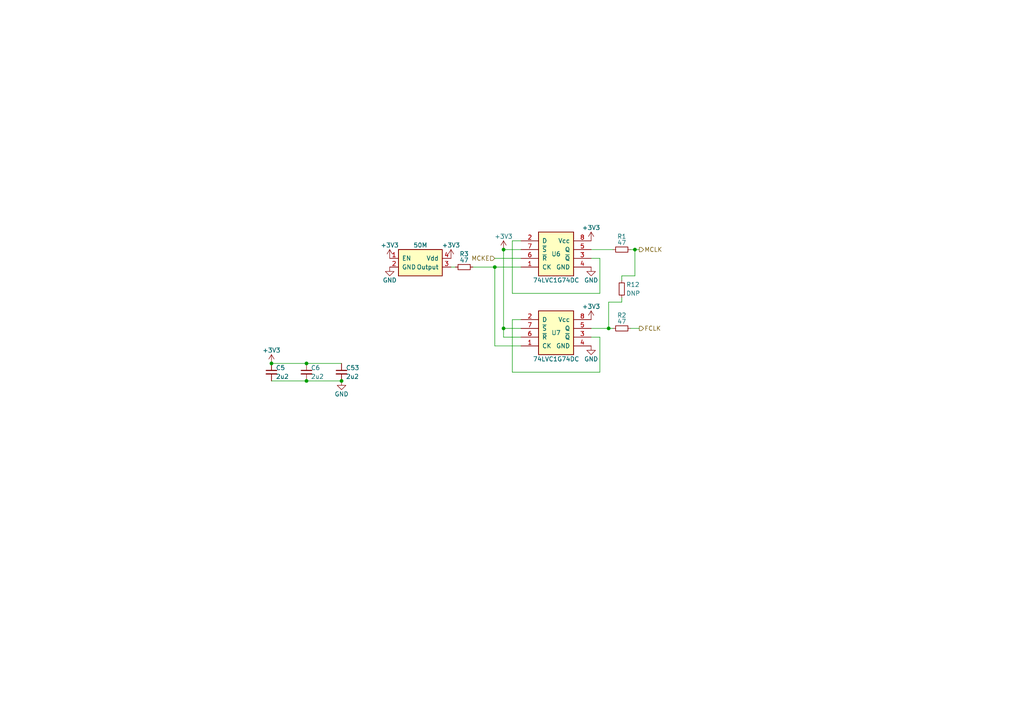
<source format=kicad_sch>
(kicad_sch (version 20230121) (generator eeschema)
  (paper "A4")
  (lib_symbols
    (symbol "Device:C_Small" (pin_numbers hide) (pin_names (offset 0.254) hide)
      (property "Reference" "C" (at 0.254 1.778 0))
      (property "Value" "C_Small" (at 0.254 -2.032 0))
      (symbol "C_Small_0_1"
        (polyline (pts (xy -1.524 -0.508) (xy 1.524 -0.508)) (stroke (width 0.3302)))
        (polyline (pts (xy -1.524 0.508) (xy 1.524 0.508)) (stroke (width 0.3048)))
      )
      (symbol "C_Small_1_1"
        (pin passive line (at 0 2.54 270) (length 2.032) (name "~") (number "1"))
        (pin passive line (at 0 -2.54 90) (length 2.032) (name "~") (number "2"))
      )
    )
    (symbol "Device:R_Small" (pin_numbers hide) (pin_names (offset 0.254) hide)
      (property "Reference" "R" (at 0.762 0.508 0))
      (property "Value" "R_Small" (at 0.762 -1.016 0))
      (symbol "R_Small_0_1"
        (rectangle (start -0.762 1.778) (end 0.762 -1.778) (stroke (width 0.2032)))
      )
      (symbol "R_Small_1_1"
        (pin passive line (at 0 2.54 270) (length 0.762) (name "~") (number "1"))
        (pin passive line (at 0 -2.54 90) (length 0.762) (name "~") (number "2"))
      )
    )
    (symbol "GW_Logic:741G74DC" (pin_names (offset 1.016))
      (property "Reference" "U" (at 0 7.62 0))
      (property "Value" "741G74DC" (at 0 -7.62 0))
      (symbol "741G74DC_0_1"
        (rectangle (start 5.08 -6.35) (end -5.08 6.35) (stroke (width 0.254)) (fill (type background)))
      )
      (symbol "741G74DC_1_1"
        (pin input line (at -10.16 -3.81 0) (length 5.08) (name "CK") (number "1"))
        (pin input line (at -10.16 3.81 0) (length 5.08) (name "D") (number "2"))
        (pin output line (at 10.16 -1.27 180) (length 5.08) (name "~{Q}") (number "3"))
        (pin power_in line (at 10.16 -3.81 180) (length 5.08) (name "GND") (number "4"))
        (pin output line (at 10.16 1.27 180) (length 5.08) (name "Q") (number "5"))
        (pin input line (at -10.16 -1.27 0) (length 5.08) (name "~{R}") (number "6"))
        (pin input line (at -10.16 1.27 0) (length 5.08) (name "~{S}") (number "7"))
        (pin power_in line (at 10.16 3.81 180) (length 5.08) (name "Vcc") (number "8"))
      )
    )
    (symbol "GW_Logic:Oscillator_4P" (pin_names (offset 1.016))
      (property "Reference" "U" (at 0 6.35 0))
      (property "Value" "Oscillator_4P" (at 0 -3.81 0))
      (symbol "Oscillator_4P_0_1"
        (rectangle (start -6.35 5.08) (end 6.35 -2.54) (stroke (width 0.254)) (fill (type background)))
      )
      (symbol "Oscillator_4P_1_1"
        (pin input line (at -8.89 2.54 0) (length 2.54) (name "EN") (number "1"))
        (pin power_in line (at -8.89 0 0) (length 2.54) (name "GND") (number "2"))
        (pin output line (at 8.89 0 180) (length 2.54) (name "Output") (number "3"))
        (pin power_in line (at 8.89 2.54 180) (length 2.54) (name "Vdd") (number "4"))
      )
    )
    (symbol "power:+3V3" (power) (pin_names (offset 0))
      (property "Value" "+3V3" (at 0 3.556 0))
      (symbol "+3V3_0_1"
        (polyline (pts (xy -0.762 1.27) (xy 0 2.54)))
        (polyline (pts (xy 0 0) (xy 0 2.54)))
        (polyline (pts (xy 0 2.54) (xy 0.762 1.27)))
      )
      (symbol "+3V3_1_1"
        (pin power_in line (at 0 0 90) (length 0) hide (name "+3V3") (number "1"))
      )
    )
    (symbol "power:GND" (power) (pin_names (offset 0))
      (property "Value" "GND" (at 0 -3.81 0))
      (symbol "GND_0_1"
        (polyline (pts (xy 0 0) (xy 0 -1.27) (xy 1.27 -1.27) (xy 0 -2.54) (xy -1.27 -1.27) (xy 0 -1.27)))
      )
      (symbol "GND_1_1"
        (pin power_in line (at 0 0 270) (length 0) hide (name "GND") (number "1"))
      )
    )
  )
  (junction (at 88.9 105.41))
  (junction (at 146.05 95.25))
  (junction (at 184.15 72.39))
  (junction (at 143.51 77.47))
  (junction (at 176.53 95.25))
  (junction (at 146.05 72.39))
  (junction (at 99.06 110.49))
  (junction (at 88.9 110.49))
  (junction (at 78.74 105.41))
  (wire (pts (xy 177.8 72.39) (xy 171.45 72.39)))
  (wire (pts (xy 148.59 92.71) (xy 148.59 107.95)))
  (wire (pts (xy 143.51 100.33) (xy 151.13 100.33)))
  (wire (pts (xy 171.45 95.25) (xy 176.53 95.25)))
  (wire (pts (xy 143.51 74.93) (xy 151.13 74.93)))
  (wire (pts (xy 78.74 110.49) (xy 88.9 110.49)))
  (wire (pts (xy 180.34 80.01) (xy 184.15 80.01)))
  (wire (pts (xy 180.34 87.63) (xy 180.34 86.36)))
  (wire (pts (xy 173.99 97.79) (xy 171.45 97.79)))
  (wire (pts (xy 146.05 97.79) (xy 146.05 95.25)))
  (wire (pts (xy 151.13 69.85) (xy 148.59 69.85)))
  (wire (pts (xy 151.13 92.71) (xy 148.59 92.71)))
  (wire (pts (xy 146.05 72.39) (xy 146.05 95.25)))
  (wire (pts (xy 184.15 72.39) (xy 185.42 72.39)))
  (wire (pts (xy 148.59 107.95) (xy 173.99 107.95)))
  (wire (pts (xy 146.05 72.39) (xy 151.13 72.39)))
  (wire (pts (xy 173.99 85.09) (xy 173.99 74.93)))
  (wire (pts (xy 88.9 110.49) (xy 99.06 110.49)))
  (wire (pts (xy 180.34 80.01) (xy 180.34 81.28)))
  (wire (pts (xy 176.53 95.25) (xy 177.8 95.25)))
  (wire (pts (xy 176.53 87.63) (xy 176.53 95.25)))
  (wire (pts (xy 78.74 105.41) (xy 88.9 105.41)))
  (wire (pts (xy 176.53 87.63) (xy 180.34 87.63)))
  (wire (pts (xy 146.05 97.79) (xy 151.13 97.79)))
  (wire (pts (xy 88.9 105.41) (xy 99.06 105.41)))
  (wire (pts (xy 182.88 95.25) (xy 185.42 95.25)))
  (wire (pts (xy 182.88 72.39) (xy 184.15 72.39)))
  (wire (pts (xy 143.51 77.47) (xy 151.13 77.47)))
  (wire (pts (xy 143.51 77.47) (xy 143.51 100.33)))
  (wire (pts (xy 146.05 95.25) (xy 151.13 95.25)))
  (wire (pts (xy 184.15 72.39) (xy 184.15 80.01)))
  (wire (pts (xy 148.59 69.85) (xy 148.59 85.09)))
  (wire (pts (xy 132.08 77.47) (xy 130.81 77.47)))
  (wire (pts (xy 137.16 77.47) (xy 143.51 77.47)))
  (wire (pts (xy 173.99 107.95) (xy 173.99 97.79)))
  (wire (pts (xy 148.59 85.09) (xy 173.99 85.09)))
  (wire (pts (xy 173.99 74.93) (xy 171.45 74.93)))
  (hierarchical_label "MCKE" (shape input) (at 143.51 74.93 180))
  (hierarchical_label "FCLK" (shape output) (at 185.42 95.25 0))
  (hierarchical_label "MCLK" (shape output) (at 185.42 72.39 0))
  (symbol (lib_id "Device:C_Small") (at 78.74 107.95 0) (unit 1)
    (property "Reference" "C5" (at 80.01 106.68 0) (effects (justify left)))
    (property "Value" "2u2" (at 80.01 109.22 0) (effects (justify left)))
    (property "Footprint" "stdpads:C_0603" (effects hide))
    (property "LCSC Part" "C23630" (effects hide))
  )
  (symbol (lib_id "power:+3V3") (at 78.74 105.41 0) (unit 1)
    (property "Reference" "#PWR0122" (effects hide))
    (property "Value" "+3V3" (at 78.74 101.6 0))
  )
  (symbol (lib_id "Device:C_Small") (at 88.9 107.95 0) (unit 1)
    (property "Reference" "C6" (at 90.17 106.68 0) (effects (justify left)))
    (property "Value" "2u2" (at 90.17 109.22 0) (effects (justify left)))
    (property "Footprint" "stdpads:C_0603" (effects hide))
    (property "LCSC Part" "C23630" (effects hide))
  )
  (symbol (lib_id "Device:R_Small") (at 180.34 72.39 270) (unit 1)
    (property "Reference" "R1" (at 180.34 68.58 90))
    (property "Value" "47" (at 180.34 71.12 90) (effects (justify bottom)))
    (property "Footprint" "stdpads:R_0603" (effects hide))
    (property "LCSC Part" "C23182" (effects hide))
  )
  (symbol (lib_id "Device:R_Small") (at 180.34 95.25 270) (unit 1)
    (property "Reference" "R2" (at 180.34 91.44 90))
    (property "Value" "47" (at 180.34 93.98 90) (effects (justify bottom)))
    (property "Footprint" "stdpads:R_0603" (effects hide))
    (property "LCSC Part" "C23182" (effects hide))
  )
  (symbol (lib_id "power:GND") (at 113.03 77.47 0) (mirror y) (unit 1)
    (property "Reference" "#PWR0114" (effects hide))
    (property "Value" "GND" (at 113.03 81.28 0))
  )
  (symbol (lib_id "power:+3V3") (at 130.81 74.93 0) (mirror y) (unit 1)
    (property "Reference" "#PWR0116" (effects hide))
    (property "Value" "+3V3" (at 130.81 71.12 0))
  )
  (symbol (lib_id "GW_Logic:Oscillator_4P") (at 121.92 77.47 0) (unit 1)
    (property "Reference" "U5" (effects hide))
    (property "Value" "50M" (at 121.92 71.12 0))
    (property "Footprint" "stdpads:Crystal_SMD_3225-4Pin_3.2x2.5mm" (effects hide))
    (property "LCSC Part" "C32526" (effects hide))
  )
  (symbol (lib_id "GW_Logic:741G74DC") (at 161.29 96.52 0) (unit 1)
    (property "Reference" "U7" (at 161.29 96.52 0))
    (property "Value" "74LVC1G74DC" (at 161.29 104.14 0))
    (property "Footprint" "stdpads:NXP_VSSOP-8_2.3x2mm" (effects hide))
  )
  (symbol (lib_id "Device:C_Small") (at 99.06 107.95 0) (unit 1)
    (property "Reference" "C53" (at 100.33 106.68 0) (effects (justify left)))
    (property "Value" "2u2" (at 100.33 109.22 0) (effects (justify left)))
    (property "Footprint" "stdpads:C_0603" (effects hide))
    (property "LCSC Part" "C23630" (effects hide))
  )
  (symbol (lib_id "Device:R_Small") (at 180.34 83.82 180) (unit 1)
    (property "Reference" "R12" (at 181.61 82.55 0) (effects (justify right)))
    (property "Value" "DNP" (at 181.61 85.09 0) (effects (justify right)))
    (property "Footprint" "stdpads:R_0603" (effects hide))
  )
  (symbol (lib_id "power:GND") (at 171.45 100.33 0) (unit 1)
    (property "Reference" "#PWR03" (effects hide))
    (property "Value" "GND" (at 171.45 104.14 0))
  )
  (symbol (lib_id "power:+3V3") (at 113.03 74.93 0) (mirror y) (unit 1)
    (property "Reference" "#PWR014" (effects hide))
    (property "Value" "+3V3" (at 113.03 71.12 0))
  )
  (symbol (lib_id "power:GND") (at 171.45 77.47 0) (unit 1)
    (property "Reference" "#PWR01" (effects hide))
    (property "Value" "GND" (at 171.45 81.28 0))
  )
  (symbol (lib_id "power:+3V3") (at 171.45 92.71 0) (unit 1)
    (property "Reference" "#PWR011" (effects hide))
    (property "Value" "+3V3" (at 171.45 88.9 0))
  )
  (symbol (lib_id "GW_Logic:741G74DC") (at 161.29 73.66 0) (unit 1)
    (property "Reference" "U6" (at 161.29 73.66 0))
    (property "Value" "74LVC1G74DC" (at 161.29 81.28 0))
    (property "Footprint" "stdpads:NXP_VSSOP-8_2.3x2mm" (effects hide))
  )
  (symbol (lib_id "power:GND") (at 99.06 110.49 0) (mirror y) (unit 1)
    (property "Reference" "#PWR015" (effects hide))
    (property "Value" "GND" (at 99.06 114.3 0))
  )
  (symbol (lib_id "Device:R_Small") (at 134.62 77.47 270) (unit 1)
    (property "Reference" "R3" (at 134.62 73.66 90))
    (property "Value" "47" (at 134.62 76.2 90) (effects (justify bottom)))
    (property "Footprint" "stdpads:R_0603" (effects hide))
    (property "LCSC Part" "C23182" (effects hide))
  )
  (symbol (lib_id "power:+3V3") (at 146.05 72.39 0) (unit 1)
    (property "Reference" "#PWR012" (effects hide))
    (property "Value" "+3V3" (at 146.05 68.58 0))
  )
  (symbol (lib_id "power:+3V3") (at 171.45 69.85 0) (unit 1)
    (property "Reference" "#PWR05" (effects hide))
    (property "Value" "+3V3" (at 171.45 66.04 0))
  )
)
</source>
